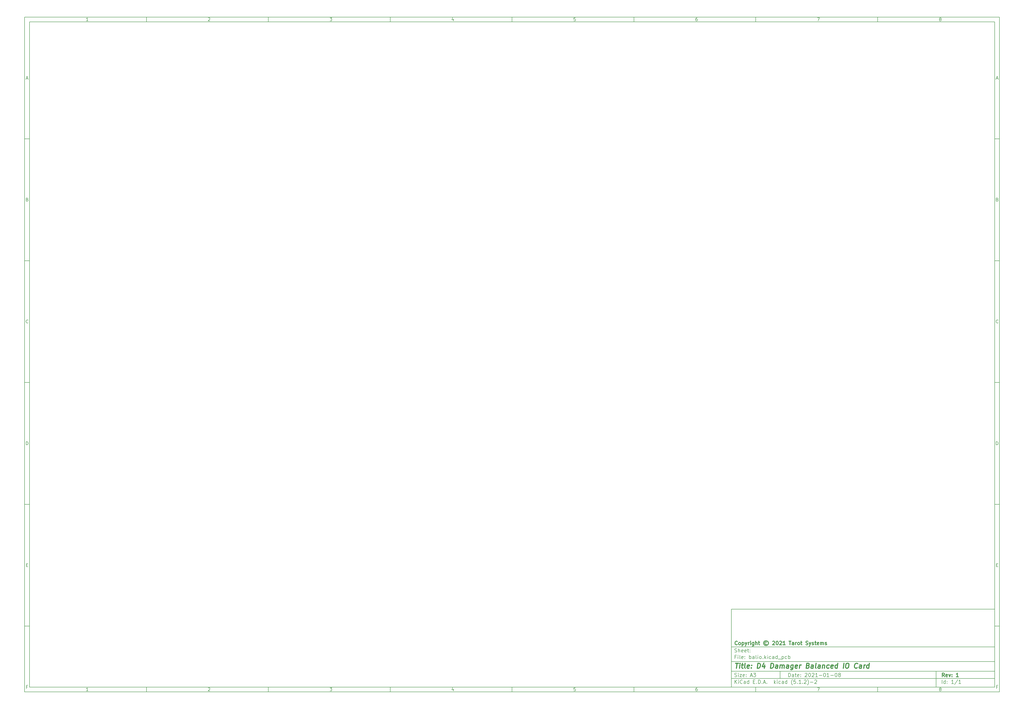
<source format=gbr>
G04 #@! TF.GenerationSoftware,KiCad,Pcbnew,(5.1.2)-2*
G04 #@! TF.CreationDate,2021-01-08T22:00:01+00:00*
G04 #@! TF.ProjectId,balio,62616c69-6f2e-46b6-9963-61645f706362,1*
G04 #@! TF.SameCoordinates,PX42c1d80PYa21fe80*
G04 #@! TF.FileFunction,Legend,Bot*
G04 #@! TF.FilePolarity,Positive*
%FSLAX46Y46*%
G04 Gerber Fmt 4.6, Leading zero omitted, Abs format (unit mm)*
G04 Created by KiCad (PCBNEW (5.1.2)-2) date 2021-01-08 22:00:01*
%MOMM*%
%LPD*%
G04 APERTURE LIST*
%ADD10C,0.100000*%
%ADD11C,0.150000*%
%ADD12C,0.300000*%
%ADD13C,0.400000*%
%ADD14C,1.702000*%
%ADD15O,1.702000X1.702000*%
%ADD16C,3.302000*%
%ADD17C,2.502000*%
%ADD18C,5.102000*%
%ADD19C,3.102000*%
%ADD20R,1.702000X1.702000*%
%ADD21R,1.702000X2.502000*%
%ADD22O,1.702000X2.502000*%
%ADD23R,1.852000X1.852000*%
%ADD24C,1.852000*%
G04 APERTURE END LIST*
D10*
D11*
X229989000Y-83002200D02*
X229989000Y-115002200D01*
X337989000Y-115002200D01*
X337989000Y-83002200D01*
X229989000Y-83002200D01*
D10*
D11*
X-60000000Y160000000D02*
X-60000000Y-117002200D01*
X339989000Y-117002200D01*
X339989000Y160000000D01*
X-60000000Y160000000D01*
D10*
D11*
X-58000000Y158000000D02*
X-58000000Y-115002200D01*
X337989000Y-115002200D01*
X337989000Y158000000D01*
X-58000000Y158000000D01*
D10*
D11*
X-10000000Y158000000D02*
X-10000000Y160000000D01*
D10*
D11*
X40000000Y158000000D02*
X40000000Y160000000D01*
D10*
D11*
X90000000Y158000000D02*
X90000000Y160000000D01*
D10*
D11*
X140000000Y158000000D02*
X140000000Y160000000D01*
D10*
D11*
X190000000Y158000000D02*
X190000000Y160000000D01*
D10*
D11*
X240000000Y158000000D02*
X240000000Y160000000D01*
D10*
D11*
X290000000Y158000000D02*
X290000000Y160000000D01*
D10*
D11*
X-33934524Y158411905D02*
X-34677381Y158411905D01*
X-34305953Y158411905D02*
X-34305953Y159711905D01*
X-34429762Y159526191D01*
X-34553572Y159402381D01*
X-34677381Y159340477D01*
D10*
D11*
X15322619Y159588096D02*
X15384523Y159650000D01*
X15508333Y159711905D01*
X15817857Y159711905D01*
X15941666Y159650000D01*
X16003571Y159588096D01*
X16065476Y159464286D01*
X16065476Y159340477D01*
X16003571Y159154762D01*
X15260714Y158411905D01*
X16065476Y158411905D01*
D10*
D11*
X65260714Y159711905D02*
X66065476Y159711905D01*
X65632142Y159216667D01*
X65817857Y159216667D01*
X65941666Y159154762D01*
X66003571Y159092858D01*
X66065476Y158969048D01*
X66065476Y158659524D01*
X66003571Y158535715D01*
X65941666Y158473810D01*
X65817857Y158411905D01*
X65446428Y158411905D01*
X65322619Y158473810D01*
X65260714Y158535715D01*
D10*
D11*
X115941666Y159278572D02*
X115941666Y158411905D01*
X115632142Y159773810D02*
X115322619Y158845239D01*
X116127380Y158845239D01*
D10*
D11*
X166003571Y159711905D02*
X165384523Y159711905D01*
X165322619Y159092858D01*
X165384523Y159154762D01*
X165508333Y159216667D01*
X165817857Y159216667D01*
X165941666Y159154762D01*
X166003571Y159092858D01*
X166065476Y158969048D01*
X166065476Y158659524D01*
X166003571Y158535715D01*
X165941666Y158473810D01*
X165817857Y158411905D01*
X165508333Y158411905D01*
X165384523Y158473810D01*
X165322619Y158535715D01*
D10*
D11*
X215941666Y159711905D02*
X215694047Y159711905D01*
X215570238Y159650000D01*
X215508333Y159588096D01*
X215384523Y159402381D01*
X215322619Y159154762D01*
X215322619Y158659524D01*
X215384523Y158535715D01*
X215446428Y158473810D01*
X215570238Y158411905D01*
X215817857Y158411905D01*
X215941666Y158473810D01*
X216003571Y158535715D01*
X216065476Y158659524D01*
X216065476Y158969048D01*
X216003571Y159092858D01*
X215941666Y159154762D01*
X215817857Y159216667D01*
X215570238Y159216667D01*
X215446428Y159154762D01*
X215384523Y159092858D01*
X215322619Y158969048D01*
D10*
D11*
X265260714Y159711905D02*
X266127380Y159711905D01*
X265570238Y158411905D01*
D10*
D11*
X315570238Y159154762D02*
X315446428Y159216667D01*
X315384523Y159278572D01*
X315322619Y159402381D01*
X315322619Y159464286D01*
X315384523Y159588096D01*
X315446428Y159650000D01*
X315570238Y159711905D01*
X315817857Y159711905D01*
X315941666Y159650000D01*
X316003571Y159588096D01*
X316065476Y159464286D01*
X316065476Y159402381D01*
X316003571Y159278572D01*
X315941666Y159216667D01*
X315817857Y159154762D01*
X315570238Y159154762D01*
X315446428Y159092858D01*
X315384523Y159030953D01*
X315322619Y158907143D01*
X315322619Y158659524D01*
X315384523Y158535715D01*
X315446428Y158473810D01*
X315570238Y158411905D01*
X315817857Y158411905D01*
X315941666Y158473810D01*
X316003571Y158535715D01*
X316065476Y158659524D01*
X316065476Y158907143D01*
X316003571Y159030953D01*
X315941666Y159092858D01*
X315817857Y159154762D01*
D10*
D11*
X-10000000Y-115002200D02*
X-10000000Y-117002200D01*
D10*
D11*
X40000000Y-115002200D02*
X40000000Y-117002200D01*
D10*
D11*
X90000000Y-115002200D02*
X90000000Y-117002200D01*
D10*
D11*
X140000000Y-115002200D02*
X140000000Y-117002200D01*
D10*
D11*
X190000000Y-115002200D02*
X190000000Y-117002200D01*
D10*
D11*
X240000000Y-115002200D02*
X240000000Y-117002200D01*
D10*
D11*
X290000000Y-115002200D02*
X290000000Y-117002200D01*
D10*
D11*
X-33934524Y-116590295D02*
X-34677381Y-116590295D01*
X-34305953Y-116590295D02*
X-34305953Y-115290295D01*
X-34429762Y-115476009D01*
X-34553572Y-115599819D01*
X-34677381Y-115661723D01*
D10*
D11*
X15322619Y-115414104D02*
X15384523Y-115352200D01*
X15508333Y-115290295D01*
X15817857Y-115290295D01*
X15941666Y-115352200D01*
X16003571Y-115414104D01*
X16065476Y-115537914D01*
X16065476Y-115661723D01*
X16003571Y-115847438D01*
X15260714Y-116590295D01*
X16065476Y-116590295D01*
D10*
D11*
X65260714Y-115290295D02*
X66065476Y-115290295D01*
X65632142Y-115785533D01*
X65817857Y-115785533D01*
X65941666Y-115847438D01*
X66003571Y-115909342D01*
X66065476Y-116033152D01*
X66065476Y-116342676D01*
X66003571Y-116466485D01*
X65941666Y-116528390D01*
X65817857Y-116590295D01*
X65446428Y-116590295D01*
X65322619Y-116528390D01*
X65260714Y-116466485D01*
D10*
D11*
X115941666Y-115723628D02*
X115941666Y-116590295D01*
X115632142Y-115228390D02*
X115322619Y-116156961D01*
X116127380Y-116156961D01*
D10*
D11*
X166003571Y-115290295D02*
X165384523Y-115290295D01*
X165322619Y-115909342D01*
X165384523Y-115847438D01*
X165508333Y-115785533D01*
X165817857Y-115785533D01*
X165941666Y-115847438D01*
X166003571Y-115909342D01*
X166065476Y-116033152D01*
X166065476Y-116342676D01*
X166003571Y-116466485D01*
X165941666Y-116528390D01*
X165817857Y-116590295D01*
X165508333Y-116590295D01*
X165384523Y-116528390D01*
X165322619Y-116466485D01*
D10*
D11*
X215941666Y-115290295D02*
X215694047Y-115290295D01*
X215570238Y-115352200D01*
X215508333Y-115414104D01*
X215384523Y-115599819D01*
X215322619Y-115847438D01*
X215322619Y-116342676D01*
X215384523Y-116466485D01*
X215446428Y-116528390D01*
X215570238Y-116590295D01*
X215817857Y-116590295D01*
X215941666Y-116528390D01*
X216003571Y-116466485D01*
X216065476Y-116342676D01*
X216065476Y-116033152D01*
X216003571Y-115909342D01*
X215941666Y-115847438D01*
X215817857Y-115785533D01*
X215570238Y-115785533D01*
X215446428Y-115847438D01*
X215384523Y-115909342D01*
X215322619Y-116033152D01*
D10*
D11*
X265260714Y-115290295D02*
X266127380Y-115290295D01*
X265570238Y-116590295D01*
D10*
D11*
X315570238Y-115847438D02*
X315446428Y-115785533D01*
X315384523Y-115723628D01*
X315322619Y-115599819D01*
X315322619Y-115537914D01*
X315384523Y-115414104D01*
X315446428Y-115352200D01*
X315570238Y-115290295D01*
X315817857Y-115290295D01*
X315941666Y-115352200D01*
X316003571Y-115414104D01*
X316065476Y-115537914D01*
X316065476Y-115599819D01*
X316003571Y-115723628D01*
X315941666Y-115785533D01*
X315817857Y-115847438D01*
X315570238Y-115847438D01*
X315446428Y-115909342D01*
X315384523Y-115971247D01*
X315322619Y-116095057D01*
X315322619Y-116342676D01*
X315384523Y-116466485D01*
X315446428Y-116528390D01*
X315570238Y-116590295D01*
X315817857Y-116590295D01*
X315941666Y-116528390D01*
X316003571Y-116466485D01*
X316065476Y-116342676D01*
X316065476Y-116095057D01*
X316003571Y-115971247D01*
X315941666Y-115909342D01*
X315817857Y-115847438D01*
D10*
D11*
X-60000000Y110000000D02*
X-58000000Y110000000D01*
D10*
D11*
X-60000000Y60000000D02*
X-58000000Y60000000D01*
D10*
D11*
X-60000000Y10000000D02*
X-58000000Y10000000D01*
D10*
D11*
X-60000000Y-40000000D02*
X-58000000Y-40000000D01*
D10*
D11*
X-60000000Y-90000000D02*
X-58000000Y-90000000D01*
D10*
D11*
X-59309524Y134783334D02*
X-58690477Y134783334D01*
X-59433334Y134411905D02*
X-59000000Y135711905D01*
X-58566667Y134411905D01*
D10*
D11*
X-58907143Y85092858D02*
X-58721429Y85030953D01*
X-58659524Y84969048D01*
X-58597620Y84845239D01*
X-58597620Y84659524D01*
X-58659524Y84535715D01*
X-58721429Y84473810D01*
X-58845239Y84411905D01*
X-59340477Y84411905D01*
X-59340477Y85711905D01*
X-58907143Y85711905D01*
X-58783334Y85650000D01*
X-58721429Y85588096D01*
X-58659524Y85464286D01*
X-58659524Y85340477D01*
X-58721429Y85216667D01*
X-58783334Y85154762D01*
X-58907143Y85092858D01*
X-59340477Y85092858D01*
D10*
D11*
X-58597620Y34535715D02*
X-58659524Y34473810D01*
X-58845239Y34411905D01*
X-58969048Y34411905D01*
X-59154762Y34473810D01*
X-59278572Y34597620D01*
X-59340477Y34721429D01*
X-59402381Y34969048D01*
X-59402381Y35154762D01*
X-59340477Y35402381D01*
X-59278572Y35526191D01*
X-59154762Y35650000D01*
X-58969048Y35711905D01*
X-58845239Y35711905D01*
X-58659524Y35650000D01*
X-58597620Y35588096D01*
D10*
D11*
X-59340477Y-15588095D02*
X-59340477Y-14288095D01*
X-59030953Y-14288095D01*
X-58845239Y-14350000D01*
X-58721429Y-14473809D01*
X-58659524Y-14597619D01*
X-58597620Y-14845238D01*
X-58597620Y-15030952D01*
X-58659524Y-15278571D01*
X-58721429Y-15402380D01*
X-58845239Y-15526190D01*
X-59030953Y-15588095D01*
X-59340477Y-15588095D01*
D10*
D11*
X-59278572Y-64907142D02*
X-58845239Y-64907142D01*
X-58659524Y-65588095D02*
X-59278572Y-65588095D01*
X-59278572Y-64288095D01*
X-58659524Y-64288095D01*
D10*
D11*
X-58814286Y-114907142D02*
X-59247620Y-114907142D01*
X-59247620Y-115588095D02*
X-59247620Y-114288095D01*
X-58628572Y-114288095D01*
D10*
D11*
X339989000Y110000000D02*
X337989000Y110000000D01*
D10*
D11*
X339989000Y60000000D02*
X337989000Y60000000D01*
D10*
D11*
X339989000Y10000000D02*
X337989000Y10000000D01*
D10*
D11*
X339989000Y-40000000D02*
X337989000Y-40000000D01*
D10*
D11*
X339989000Y-90000000D02*
X337989000Y-90000000D01*
D10*
D11*
X338679476Y134783334D02*
X339298523Y134783334D01*
X338555666Y134411905D02*
X338989000Y135711905D01*
X339422333Y134411905D01*
D10*
D11*
X339081857Y85092858D02*
X339267571Y85030953D01*
X339329476Y84969048D01*
X339391380Y84845239D01*
X339391380Y84659524D01*
X339329476Y84535715D01*
X339267571Y84473810D01*
X339143761Y84411905D01*
X338648523Y84411905D01*
X338648523Y85711905D01*
X339081857Y85711905D01*
X339205666Y85650000D01*
X339267571Y85588096D01*
X339329476Y85464286D01*
X339329476Y85340477D01*
X339267571Y85216667D01*
X339205666Y85154762D01*
X339081857Y85092858D01*
X338648523Y85092858D01*
D10*
D11*
X339391380Y34535715D02*
X339329476Y34473810D01*
X339143761Y34411905D01*
X339019952Y34411905D01*
X338834238Y34473810D01*
X338710428Y34597620D01*
X338648523Y34721429D01*
X338586619Y34969048D01*
X338586619Y35154762D01*
X338648523Y35402381D01*
X338710428Y35526191D01*
X338834238Y35650000D01*
X339019952Y35711905D01*
X339143761Y35711905D01*
X339329476Y35650000D01*
X339391380Y35588096D01*
D10*
D11*
X338648523Y-15588095D02*
X338648523Y-14288095D01*
X338958047Y-14288095D01*
X339143761Y-14350000D01*
X339267571Y-14473809D01*
X339329476Y-14597619D01*
X339391380Y-14845238D01*
X339391380Y-15030952D01*
X339329476Y-15278571D01*
X339267571Y-15402380D01*
X339143761Y-15526190D01*
X338958047Y-15588095D01*
X338648523Y-15588095D01*
D10*
D11*
X338710428Y-64907142D02*
X339143761Y-64907142D01*
X339329476Y-65588095D02*
X338710428Y-65588095D01*
X338710428Y-64288095D01*
X339329476Y-64288095D01*
D10*
D11*
X339174714Y-114907142D02*
X338741380Y-114907142D01*
X338741380Y-115588095D02*
X338741380Y-114288095D01*
X339360428Y-114288095D01*
D10*
D11*
X253421142Y-110780771D02*
X253421142Y-109280771D01*
X253778285Y-109280771D01*
X253992571Y-109352200D01*
X254135428Y-109495057D01*
X254206857Y-109637914D01*
X254278285Y-109923628D01*
X254278285Y-110137914D01*
X254206857Y-110423628D01*
X254135428Y-110566485D01*
X253992571Y-110709342D01*
X253778285Y-110780771D01*
X253421142Y-110780771D01*
X255564000Y-110780771D02*
X255564000Y-109995057D01*
X255492571Y-109852200D01*
X255349714Y-109780771D01*
X255064000Y-109780771D01*
X254921142Y-109852200D01*
X255564000Y-110709342D02*
X255421142Y-110780771D01*
X255064000Y-110780771D01*
X254921142Y-110709342D01*
X254849714Y-110566485D01*
X254849714Y-110423628D01*
X254921142Y-110280771D01*
X255064000Y-110209342D01*
X255421142Y-110209342D01*
X255564000Y-110137914D01*
X256064000Y-109780771D02*
X256635428Y-109780771D01*
X256278285Y-109280771D02*
X256278285Y-110566485D01*
X256349714Y-110709342D01*
X256492571Y-110780771D01*
X256635428Y-110780771D01*
X257706857Y-110709342D02*
X257564000Y-110780771D01*
X257278285Y-110780771D01*
X257135428Y-110709342D01*
X257064000Y-110566485D01*
X257064000Y-109995057D01*
X257135428Y-109852200D01*
X257278285Y-109780771D01*
X257564000Y-109780771D01*
X257706857Y-109852200D01*
X257778285Y-109995057D01*
X257778285Y-110137914D01*
X257064000Y-110280771D01*
X258421142Y-110637914D02*
X258492571Y-110709342D01*
X258421142Y-110780771D01*
X258349714Y-110709342D01*
X258421142Y-110637914D01*
X258421142Y-110780771D01*
X258421142Y-109852200D02*
X258492571Y-109923628D01*
X258421142Y-109995057D01*
X258349714Y-109923628D01*
X258421142Y-109852200D01*
X258421142Y-109995057D01*
X260206857Y-109423628D02*
X260278285Y-109352200D01*
X260421142Y-109280771D01*
X260778285Y-109280771D01*
X260921142Y-109352200D01*
X260992571Y-109423628D01*
X261064000Y-109566485D01*
X261064000Y-109709342D01*
X260992571Y-109923628D01*
X260135428Y-110780771D01*
X261064000Y-110780771D01*
X261992571Y-109280771D02*
X262135428Y-109280771D01*
X262278285Y-109352200D01*
X262349714Y-109423628D01*
X262421142Y-109566485D01*
X262492571Y-109852200D01*
X262492571Y-110209342D01*
X262421142Y-110495057D01*
X262349714Y-110637914D01*
X262278285Y-110709342D01*
X262135428Y-110780771D01*
X261992571Y-110780771D01*
X261849714Y-110709342D01*
X261778285Y-110637914D01*
X261706857Y-110495057D01*
X261635428Y-110209342D01*
X261635428Y-109852200D01*
X261706857Y-109566485D01*
X261778285Y-109423628D01*
X261849714Y-109352200D01*
X261992571Y-109280771D01*
X263064000Y-109423628D02*
X263135428Y-109352200D01*
X263278285Y-109280771D01*
X263635428Y-109280771D01*
X263778285Y-109352200D01*
X263849714Y-109423628D01*
X263921142Y-109566485D01*
X263921142Y-109709342D01*
X263849714Y-109923628D01*
X262992571Y-110780771D01*
X263921142Y-110780771D01*
X265349714Y-110780771D02*
X264492571Y-110780771D01*
X264921142Y-110780771D02*
X264921142Y-109280771D01*
X264778285Y-109495057D01*
X264635428Y-109637914D01*
X264492571Y-109709342D01*
X265992571Y-110209342D02*
X267135428Y-110209342D01*
X268135428Y-109280771D02*
X268278285Y-109280771D01*
X268421142Y-109352200D01*
X268492571Y-109423628D01*
X268564000Y-109566485D01*
X268635428Y-109852200D01*
X268635428Y-110209342D01*
X268564000Y-110495057D01*
X268492571Y-110637914D01*
X268421142Y-110709342D01*
X268278285Y-110780771D01*
X268135428Y-110780771D01*
X267992571Y-110709342D01*
X267921142Y-110637914D01*
X267849714Y-110495057D01*
X267778285Y-110209342D01*
X267778285Y-109852200D01*
X267849714Y-109566485D01*
X267921142Y-109423628D01*
X267992571Y-109352200D01*
X268135428Y-109280771D01*
X270064000Y-110780771D02*
X269206857Y-110780771D01*
X269635428Y-110780771D02*
X269635428Y-109280771D01*
X269492571Y-109495057D01*
X269349714Y-109637914D01*
X269206857Y-109709342D01*
X270706857Y-110209342D02*
X271849714Y-110209342D01*
X272849714Y-109280771D02*
X272992571Y-109280771D01*
X273135428Y-109352200D01*
X273206857Y-109423628D01*
X273278285Y-109566485D01*
X273349714Y-109852200D01*
X273349714Y-110209342D01*
X273278285Y-110495057D01*
X273206857Y-110637914D01*
X273135428Y-110709342D01*
X272992571Y-110780771D01*
X272849714Y-110780771D01*
X272706857Y-110709342D01*
X272635428Y-110637914D01*
X272564000Y-110495057D01*
X272492571Y-110209342D01*
X272492571Y-109852200D01*
X272564000Y-109566485D01*
X272635428Y-109423628D01*
X272706857Y-109352200D01*
X272849714Y-109280771D01*
X274206857Y-109923628D02*
X274064000Y-109852200D01*
X273992571Y-109780771D01*
X273921142Y-109637914D01*
X273921142Y-109566485D01*
X273992571Y-109423628D01*
X274064000Y-109352200D01*
X274206857Y-109280771D01*
X274492571Y-109280771D01*
X274635428Y-109352200D01*
X274706857Y-109423628D01*
X274778285Y-109566485D01*
X274778285Y-109637914D01*
X274706857Y-109780771D01*
X274635428Y-109852200D01*
X274492571Y-109923628D01*
X274206857Y-109923628D01*
X274064000Y-109995057D01*
X273992571Y-110066485D01*
X273921142Y-110209342D01*
X273921142Y-110495057D01*
X273992571Y-110637914D01*
X274064000Y-110709342D01*
X274206857Y-110780771D01*
X274492571Y-110780771D01*
X274635428Y-110709342D01*
X274706857Y-110637914D01*
X274778285Y-110495057D01*
X274778285Y-110209342D01*
X274706857Y-110066485D01*
X274635428Y-109995057D01*
X274492571Y-109923628D01*
D10*
D11*
X229989000Y-111502200D02*
X337989000Y-111502200D01*
D10*
D11*
X231421142Y-113580771D02*
X231421142Y-112080771D01*
X232278285Y-113580771D02*
X231635428Y-112723628D01*
X232278285Y-112080771D02*
X231421142Y-112937914D01*
X232921142Y-113580771D02*
X232921142Y-112580771D01*
X232921142Y-112080771D02*
X232849714Y-112152200D01*
X232921142Y-112223628D01*
X232992571Y-112152200D01*
X232921142Y-112080771D01*
X232921142Y-112223628D01*
X234492571Y-113437914D02*
X234421142Y-113509342D01*
X234206857Y-113580771D01*
X234064000Y-113580771D01*
X233849714Y-113509342D01*
X233706857Y-113366485D01*
X233635428Y-113223628D01*
X233564000Y-112937914D01*
X233564000Y-112723628D01*
X233635428Y-112437914D01*
X233706857Y-112295057D01*
X233849714Y-112152200D01*
X234064000Y-112080771D01*
X234206857Y-112080771D01*
X234421142Y-112152200D01*
X234492571Y-112223628D01*
X235778285Y-113580771D02*
X235778285Y-112795057D01*
X235706857Y-112652200D01*
X235564000Y-112580771D01*
X235278285Y-112580771D01*
X235135428Y-112652200D01*
X235778285Y-113509342D02*
X235635428Y-113580771D01*
X235278285Y-113580771D01*
X235135428Y-113509342D01*
X235064000Y-113366485D01*
X235064000Y-113223628D01*
X235135428Y-113080771D01*
X235278285Y-113009342D01*
X235635428Y-113009342D01*
X235778285Y-112937914D01*
X237135428Y-113580771D02*
X237135428Y-112080771D01*
X237135428Y-113509342D02*
X236992571Y-113580771D01*
X236706857Y-113580771D01*
X236564000Y-113509342D01*
X236492571Y-113437914D01*
X236421142Y-113295057D01*
X236421142Y-112866485D01*
X236492571Y-112723628D01*
X236564000Y-112652200D01*
X236706857Y-112580771D01*
X236992571Y-112580771D01*
X237135428Y-112652200D01*
X238992571Y-112795057D02*
X239492571Y-112795057D01*
X239706857Y-113580771D02*
X238992571Y-113580771D01*
X238992571Y-112080771D01*
X239706857Y-112080771D01*
X240349714Y-113437914D02*
X240421142Y-113509342D01*
X240349714Y-113580771D01*
X240278285Y-113509342D01*
X240349714Y-113437914D01*
X240349714Y-113580771D01*
X241064000Y-113580771D02*
X241064000Y-112080771D01*
X241421142Y-112080771D01*
X241635428Y-112152200D01*
X241778285Y-112295057D01*
X241849714Y-112437914D01*
X241921142Y-112723628D01*
X241921142Y-112937914D01*
X241849714Y-113223628D01*
X241778285Y-113366485D01*
X241635428Y-113509342D01*
X241421142Y-113580771D01*
X241064000Y-113580771D01*
X242564000Y-113437914D02*
X242635428Y-113509342D01*
X242564000Y-113580771D01*
X242492571Y-113509342D01*
X242564000Y-113437914D01*
X242564000Y-113580771D01*
X243206857Y-113152200D02*
X243921142Y-113152200D01*
X243064000Y-113580771D02*
X243564000Y-112080771D01*
X244064000Y-113580771D01*
X244564000Y-113437914D02*
X244635428Y-113509342D01*
X244564000Y-113580771D01*
X244492571Y-113509342D01*
X244564000Y-113437914D01*
X244564000Y-113580771D01*
X247564000Y-113580771D02*
X247564000Y-112080771D01*
X247706857Y-113009342D02*
X248135428Y-113580771D01*
X248135428Y-112580771D02*
X247564000Y-113152200D01*
X248778285Y-113580771D02*
X248778285Y-112580771D01*
X248778285Y-112080771D02*
X248706857Y-112152200D01*
X248778285Y-112223628D01*
X248849714Y-112152200D01*
X248778285Y-112080771D01*
X248778285Y-112223628D01*
X250135428Y-113509342D02*
X249992571Y-113580771D01*
X249706857Y-113580771D01*
X249564000Y-113509342D01*
X249492571Y-113437914D01*
X249421142Y-113295057D01*
X249421142Y-112866485D01*
X249492571Y-112723628D01*
X249564000Y-112652200D01*
X249706857Y-112580771D01*
X249992571Y-112580771D01*
X250135428Y-112652200D01*
X251421142Y-113580771D02*
X251421142Y-112795057D01*
X251349714Y-112652200D01*
X251206857Y-112580771D01*
X250921142Y-112580771D01*
X250778285Y-112652200D01*
X251421142Y-113509342D02*
X251278285Y-113580771D01*
X250921142Y-113580771D01*
X250778285Y-113509342D01*
X250706857Y-113366485D01*
X250706857Y-113223628D01*
X250778285Y-113080771D01*
X250921142Y-113009342D01*
X251278285Y-113009342D01*
X251421142Y-112937914D01*
X252778285Y-113580771D02*
X252778285Y-112080771D01*
X252778285Y-113509342D02*
X252635428Y-113580771D01*
X252349714Y-113580771D01*
X252206857Y-113509342D01*
X252135428Y-113437914D01*
X252064000Y-113295057D01*
X252064000Y-112866485D01*
X252135428Y-112723628D01*
X252206857Y-112652200D01*
X252349714Y-112580771D01*
X252635428Y-112580771D01*
X252778285Y-112652200D01*
X255064000Y-114152200D02*
X254992571Y-114080771D01*
X254849714Y-113866485D01*
X254778285Y-113723628D01*
X254706857Y-113509342D01*
X254635428Y-113152200D01*
X254635428Y-112866485D01*
X254706857Y-112509342D01*
X254778285Y-112295057D01*
X254849714Y-112152200D01*
X254992571Y-111937914D01*
X255064000Y-111866485D01*
X256349714Y-112080771D02*
X255635428Y-112080771D01*
X255564000Y-112795057D01*
X255635428Y-112723628D01*
X255778285Y-112652200D01*
X256135428Y-112652200D01*
X256278285Y-112723628D01*
X256349714Y-112795057D01*
X256421142Y-112937914D01*
X256421142Y-113295057D01*
X256349714Y-113437914D01*
X256278285Y-113509342D01*
X256135428Y-113580771D01*
X255778285Y-113580771D01*
X255635428Y-113509342D01*
X255564000Y-113437914D01*
X257064000Y-113437914D02*
X257135428Y-113509342D01*
X257064000Y-113580771D01*
X256992571Y-113509342D01*
X257064000Y-113437914D01*
X257064000Y-113580771D01*
X258564000Y-113580771D02*
X257706857Y-113580771D01*
X258135428Y-113580771D02*
X258135428Y-112080771D01*
X257992571Y-112295057D01*
X257849714Y-112437914D01*
X257706857Y-112509342D01*
X259206857Y-113437914D02*
X259278285Y-113509342D01*
X259206857Y-113580771D01*
X259135428Y-113509342D01*
X259206857Y-113437914D01*
X259206857Y-113580771D01*
X259849714Y-112223628D02*
X259921142Y-112152200D01*
X260064000Y-112080771D01*
X260421142Y-112080771D01*
X260564000Y-112152200D01*
X260635428Y-112223628D01*
X260706857Y-112366485D01*
X260706857Y-112509342D01*
X260635428Y-112723628D01*
X259778285Y-113580771D01*
X260706857Y-113580771D01*
X261206857Y-114152200D02*
X261278285Y-114080771D01*
X261421142Y-113866485D01*
X261492571Y-113723628D01*
X261564000Y-113509342D01*
X261635428Y-113152200D01*
X261635428Y-112866485D01*
X261564000Y-112509342D01*
X261492571Y-112295057D01*
X261421142Y-112152200D01*
X261278285Y-111937914D01*
X261206857Y-111866485D01*
X262349714Y-113009342D02*
X263492571Y-113009342D01*
X264135428Y-112223628D02*
X264206857Y-112152200D01*
X264349714Y-112080771D01*
X264706857Y-112080771D01*
X264849714Y-112152200D01*
X264921142Y-112223628D01*
X264992571Y-112366485D01*
X264992571Y-112509342D01*
X264921142Y-112723628D01*
X264064000Y-113580771D01*
X264992571Y-113580771D01*
D10*
D11*
X229989000Y-108502200D02*
X337989000Y-108502200D01*
D10*
D12*
X317398285Y-110780771D02*
X316898285Y-110066485D01*
X316541142Y-110780771D02*
X316541142Y-109280771D01*
X317112571Y-109280771D01*
X317255428Y-109352200D01*
X317326857Y-109423628D01*
X317398285Y-109566485D01*
X317398285Y-109780771D01*
X317326857Y-109923628D01*
X317255428Y-109995057D01*
X317112571Y-110066485D01*
X316541142Y-110066485D01*
X318612571Y-110709342D02*
X318469714Y-110780771D01*
X318184000Y-110780771D01*
X318041142Y-110709342D01*
X317969714Y-110566485D01*
X317969714Y-109995057D01*
X318041142Y-109852200D01*
X318184000Y-109780771D01*
X318469714Y-109780771D01*
X318612571Y-109852200D01*
X318684000Y-109995057D01*
X318684000Y-110137914D01*
X317969714Y-110280771D01*
X319184000Y-109780771D02*
X319541142Y-110780771D01*
X319898285Y-109780771D01*
X320469714Y-110637914D02*
X320541142Y-110709342D01*
X320469714Y-110780771D01*
X320398285Y-110709342D01*
X320469714Y-110637914D01*
X320469714Y-110780771D01*
X320469714Y-109852200D02*
X320541142Y-109923628D01*
X320469714Y-109995057D01*
X320398285Y-109923628D01*
X320469714Y-109852200D01*
X320469714Y-109995057D01*
X323112571Y-110780771D02*
X322255428Y-110780771D01*
X322684000Y-110780771D02*
X322684000Y-109280771D01*
X322541142Y-109495057D01*
X322398285Y-109637914D01*
X322255428Y-109709342D01*
D10*
D11*
X231349714Y-110709342D02*
X231564000Y-110780771D01*
X231921142Y-110780771D01*
X232064000Y-110709342D01*
X232135428Y-110637914D01*
X232206857Y-110495057D01*
X232206857Y-110352200D01*
X232135428Y-110209342D01*
X232064000Y-110137914D01*
X231921142Y-110066485D01*
X231635428Y-109995057D01*
X231492571Y-109923628D01*
X231421142Y-109852200D01*
X231349714Y-109709342D01*
X231349714Y-109566485D01*
X231421142Y-109423628D01*
X231492571Y-109352200D01*
X231635428Y-109280771D01*
X231992571Y-109280771D01*
X232206857Y-109352200D01*
X232849714Y-110780771D02*
X232849714Y-109780771D01*
X232849714Y-109280771D02*
X232778285Y-109352200D01*
X232849714Y-109423628D01*
X232921142Y-109352200D01*
X232849714Y-109280771D01*
X232849714Y-109423628D01*
X233421142Y-109780771D02*
X234206857Y-109780771D01*
X233421142Y-110780771D01*
X234206857Y-110780771D01*
X235349714Y-110709342D02*
X235206857Y-110780771D01*
X234921142Y-110780771D01*
X234778285Y-110709342D01*
X234706857Y-110566485D01*
X234706857Y-109995057D01*
X234778285Y-109852200D01*
X234921142Y-109780771D01*
X235206857Y-109780771D01*
X235349714Y-109852200D01*
X235421142Y-109995057D01*
X235421142Y-110137914D01*
X234706857Y-110280771D01*
X236064000Y-110637914D02*
X236135428Y-110709342D01*
X236064000Y-110780771D01*
X235992571Y-110709342D01*
X236064000Y-110637914D01*
X236064000Y-110780771D01*
X236064000Y-109852200D02*
X236135428Y-109923628D01*
X236064000Y-109995057D01*
X235992571Y-109923628D01*
X236064000Y-109852200D01*
X236064000Y-109995057D01*
X237849714Y-110352200D02*
X238564000Y-110352200D01*
X237706857Y-110780771D02*
X238206857Y-109280771D01*
X238706857Y-110780771D01*
X239064000Y-109280771D02*
X239992571Y-109280771D01*
X239492571Y-109852200D01*
X239706857Y-109852200D01*
X239849714Y-109923628D01*
X239921142Y-109995057D01*
X239992571Y-110137914D01*
X239992571Y-110495057D01*
X239921142Y-110637914D01*
X239849714Y-110709342D01*
X239706857Y-110780771D01*
X239278285Y-110780771D01*
X239135428Y-110709342D01*
X239064000Y-110637914D01*
D10*
D11*
X316421142Y-113580771D02*
X316421142Y-112080771D01*
X317778285Y-113580771D02*
X317778285Y-112080771D01*
X317778285Y-113509342D02*
X317635428Y-113580771D01*
X317349714Y-113580771D01*
X317206857Y-113509342D01*
X317135428Y-113437914D01*
X317064000Y-113295057D01*
X317064000Y-112866485D01*
X317135428Y-112723628D01*
X317206857Y-112652200D01*
X317349714Y-112580771D01*
X317635428Y-112580771D01*
X317778285Y-112652200D01*
X318492571Y-113437914D02*
X318564000Y-113509342D01*
X318492571Y-113580771D01*
X318421142Y-113509342D01*
X318492571Y-113437914D01*
X318492571Y-113580771D01*
X318492571Y-112652200D02*
X318564000Y-112723628D01*
X318492571Y-112795057D01*
X318421142Y-112723628D01*
X318492571Y-112652200D01*
X318492571Y-112795057D01*
X321135428Y-113580771D02*
X320278285Y-113580771D01*
X320706857Y-113580771D02*
X320706857Y-112080771D01*
X320564000Y-112295057D01*
X320421142Y-112437914D01*
X320278285Y-112509342D01*
X322849714Y-112009342D02*
X321564000Y-113937914D01*
X324135428Y-113580771D02*
X323278285Y-113580771D01*
X323706857Y-113580771D02*
X323706857Y-112080771D01*
X323564000Y-112295057D01*
X323421142Y-112437914D01*
X323278285Y-112509342D01*
D10*
D11*
X229989000Y-104502200D02*
X337989000Y-104502200D01*
D10*
D13*
X231701380Y-105206961D02*
X232844238Y-105206961D01*
X232022809Y-107206961D02*
X232272809Y-105206961D01*
X233260904Y-107206961D02*
X233427571Y-105873628D01*
X233510904Y-105206961D02*
X233403761Y-105302200D01*
X233487095Y-105397438D01*
X233594238Y-105302200D01*
X233510904Y-105206961D01*
X233487095Y-105397438D01*
X234094238Y-105873628D02*
X234856142Y-105873628D01*
X234463285Y-105206961D02*
X234249000Y-106921247D01*
X234320428Y-107111723D01*
X234499000Y-107206961D01*
X234689476Y-107206961D01*
X235641857Y-107206961D02*
X235463285Y-107111723D01*
X235391857Y-106921247D01*
X235606142Y-105206961D01*
X237177571Y-107111723D02*
X236975190Y-107206961D01*
X236594238Y-107206961D01*
X236415666Y-107111723D01*
X236344238Y-106921247D01*
X236439476Y-106159342D01*
X236558523Y-105968866D01*
X236760904Y-105873628D01*
X237141857Y-105873628D01*
X237320428Y-105968866D01*
X237391857Y-106159342D01*
X237368047Y-106349819D01*
X236391857Y-106540295D01*
X238141857Y-107016485D02*
X238225190Y-107111723D01*
X238118047Y-107206961D01*
X238034714Y-107111723D01*
X238141857Y-107016485D01*
X238118047Y-107206961D01*
X238272809Y-105968866D02*
X238356142Y-106064104D01*
X238249000Y-106159342D01*
X238165666Y-106064104D01*
X238272809Y-105968866D01*
X238249000Y-106159342D01*
X240594238Y-107206961D02*
X240844238Y-105206961D01*
X241320428Y-105206961D01*
X241594238Y-105302200D01*
X241760904Y-105492676D01*
X241832333Y-105683152D01*
X241879952Y-106064104D01*
X241844238Y-106349819D01*
X241701380Y-106730771D01*
X241582333Y-106921247D01*
X241368047Y-107111723D01*
X241070428Y-107206961D01*
X240594238Y-107206961D01*
X243618047Y-105873628D02*
X243451380Y-107206961D01*
X243237095Y-105111723D02*
X242582333Y-106540295D01*
X243820428Y-106540295D01*
X246022809Y-107206961D02*
X246272809Y-105206961D01*
X246749000Y-105206961D01*
X247022809Y-105302200D01*
X247189476Y-105492676D01*
X247260904Y-105683152D01*
X247308523Y-106064104D01*
X247272809Y-106349819D01*
X247129952Y-106730771D01*
X247010904Y-106921247D01*
X246796619Y-107111723D01*
X246499000Y-107206961D01*
X246022809Y-107206961D01*
X248879952Y-107206961D02*
X249010904Y-106159342D01*
X248939476Y-105968866D01*
X248760904Y-105873628D01*
X248379952Y-105873628D01*
X248177571Y-105968866D01*
X248891857Y-107111723D02*
X248689476Y-107206961D01*
X248213285Y-107206961D01*
X248034714Y-107111723D01*
X247963285Y-106921247D01*
X247987095Y-106730771D01*
X248106142Y-106540295D01*
X248308523Y-106445057D01*
X248784714Y-106445057D01*
X248987095Y-106349819D01*
X249832333Y-107206961D02*
X249999000Y-105873628D01*
X249975190Y-106064104D02*
X250082333Y-105968866D01*
X250284714Y-105873628D01*
X250570428Y-105873628D01*
X250749000Y-105968866D01*
X250820428Y-106159342D01*
X250689476Y-107206961D01*
X250820428Y-106159342D02*
X250939476Y-105968866D01*
X251141857Y-105873628D01*
X251427571Y-105873628D01*
X251606142Y-105968866D01*
X251677571Y-106159342D01*
X251546619Y-107206961D01*
X253356142Y-107206961D02*
X253487095Y-106159342D01*
X253415666Y-105968866D01*
X253237095Y-105873628D01*
X252856142Y-105873628D01*
X252653761Y-105968866D01*
X253368047Y-107111723D02*
X253165666Y-107206961D01*
X252689476Y-107206961D01*
X252510904Y-107111723D01*
X252439476Y-106921247D01*
X252463285Y-106730771D01*
X252582333Y-106540295D01*
X252784714Y-106445057D01*
X253260904Y-106445057D01*
X253463285Y-106349819D01*
X255332333Y-105873628D02*
X255129952Y-107492676D01*
X255010904Y-107683152D01*
X254903761Y-107778390D01*
X254701380Y-107873628D01*
X254415666Y-107873628D01*
X254237095Y-107778390D01*
X255177571Y-107111723D02*
X254975190Y-107206961D01*
X254594238Y-107206961D01*
X254415666Y-107111723D01*
X254332333Y-107016485D01*
X254260904Y-106826009D01*
X254332333Y-106254580D01*
X254451380Y-106064104D01*
X254558523Y-105968866D01*
X254760904Y-105873628D01*
X255141857Y-105873628D01*
X255320428Y-105968866D01*
X256891857Y-107111723D02*
X256689476Y-107206961D01*
X256308523Y-107206961D01*
X256129952Y-107111723D01*
X256058523Y-106921247D01*
X256153761Y-106159342D01*
X256272809Y-105968866D01*
X256475190Y-105873628D01*
X256856142Y-105873628D01*
X257034714Y-105968866D01*
X257106142Y-106159342D01*
X257082333Y-106349819D01*
X256106142Y-106540295D01*
X257832333Y-107206961D02*
X257999000Y-105873628D01*
X257951380Y-106254580D02*
X258070428Y-106064104D01*
X258177571Y-105968866D01*
X258379952Y-105873628D01*
X258570428Y-105873628D01*
X261391857Y-106159342D02*
X261665666Y-106254580D01*
X261749000Y-106349819D01*
X261820428Y-106540295D01*
X261784714Y-106826009D01*
X261665666Y-107016485D01*
X261558523Y-107111723D01*
X261356142Y-107206961D01*
X260594238Y-107206961D01*
X260844238Y-105206961D01*
X261510904Y-105206961D01*
X261689476Y-105302200D01*
X261772809Y-105397438D01*
X261844238Y-105587914D01*
X261820428Y-105778390D01*
X261701380Y-105968866D01*
X261594238Y-106064104D01*
X261391857Y-106159342D01*
X260725190Y-106159342D01*
X263451380Y-107206961D02*
X263582333Y-106159342D01*
X263510904Y-105968866D01*
X263332333Y-105873628D01*
X262951380Y-105873628D01*
X262749000Y-105968866D01*
X263463285Y-107111723D02*
X263260904Y-107206961D01*
X262784714Y-107206961D01*
X262606142Y-107111723D01*
X262534714Y-106921247D01*
X262558523Y-106730771D01*
X262677571Y-106540295D01*
X262879952Y-106445057D01*
X263356142Y-106445057D01*
X263558523Y-106349819D01*
X264689476Y-107206961D02*
X264510904Y-107111723D01*
X264439476Y-106921247D01*
X264653761Y-105206961D01*
X266308523Y-107206961D02*
X266439476Y-106159342D01*
X266368047Y-105968866D01*
X266189476Y-105873628D01*
X265808523Y-105873628D01*
X265606142Y-105968866D01*
X266320428Y-107111723D02*
X266118047Y-107206961D01*
X265641857Y-107206961D01*
X265463285Y-107111723D01*
X265391857Y-106921247D01*
X265415666Y-106730771D01*
X265534714Y-106540295D01*
X265737095Y-106445057D01*
X266213285Y-106445057D01*
X266415666Y-106349819D01*
X267427571Y-105873628D02*
X267260904Y-107206961D01*
X267403761Y-106064104D02*
X267510904Y-105968866D01*
X267713285Y-105873628D01*
X267999000Y-105873628D01*
X268177571Y-105968866D01*
X268249000Y-106159342D01*
X268118047Y-107206961D01*
X269939476Y-107111723D02*
X269737095Y-107206961D01*
X269356142Y-107206961D01*
X269177571Y-107111723D01*
X269094238Y-107016485D01*
X269022809Y-106826009D01*
X269094238Y-106254580D01*
X269213285Y-106064104D01*
X269320428Y-105968866D01*
X269522809Y-105873628D01*
X269903761Y-105873628D01*
X270082333Y-105968866D01*
X271558523Y-107111723D02*
X271356142Y-107206961D01*
X270975190Y-107206961D01*
X270796619Y-107111723D01*
X270725190Y-106921247D01*
X270820428Y-106159342D01*
X270939476Y-105968866D01*
X271141857Y-105873628D01*
X271522809Y-105873628D01*
X271701380Y-105968866D01*
X271772809Y-106159342D01*
X271749000Y-106349819D01*
X270772809Y-106540295D01*
X273356142Y-107206961D02*
X273606142Y-105206961D01*
X273368047Y-107111723D02*
X273165666Y-107206961D01*
X272784714Y-107206961D01*
X272606142Y-107111723D01*
X272522809Y-107016485D01*
X272451380Y-106826009D01*
X272522809Y-106254580D01*
X272641857Y-106064104D01*
X272749000Y-105968866D01*
X272951380Y-105873628D01*
X273332333Y-105873628D01*
X273510904Y-105968866D01*
X275832333Y-107206961D02*
X276082333Y-105206961D01*
X277415666Y-105206961D02*
X277796619Y-105206961D01*
X277975190Y-105302200D01*
X278141857Y-105492676D01*
X278189476Y-105873628D01*
X278106142Y-106540295D01*
X277963285Y-106921247D01*
X277749000Y-107111723D01*
X277546619Y-107206961D01*
X277165666Y-107206961D01*
X276987095Y-107111723D01*
X276820428Y-106921247D01*
X276772809Y-106540295D01*
X276856142Y-105873628D01*
X276999000Y-105492676D01*
X277213285Y-105302200D01*
X277415666Y-105206961D01*
X281570428Y-107016485D02*
X281463285Y-107111723D01*
X281165666Y-107206961D01*
X280975190Y-107206961D01*
X280701380Y-107111723D01*
X280534714Y-106921247D01*
X280463285Y-106730771D01*
X280415666Y-106349819D01*
X280451380Y-106064104D01*
X280594238Y-105683152D01*
X280713285Y-105492676D01*
X280927571Y-105302200D01*
X281225190Y-105206961D01*
X281415666Y-105206961D01*
X281689476Y-105302200D01*
X281772809Y-105397438D01*
X283260904Y-107206961D02*
X283391857Y-106159342D01*
X283320428Y-105968866D01*
X283141857Y-105873628D01*
X282760904Y-105873628D01*
X282558523Y-105968866D01*
X283272809Y-107111723D02*
X283070428Y-107206961D01*
X282594238Y-107206961D01*
X282415666Y-107111723D01*
X282344238Y-106921247D01*
X282368047Y-106730771D01*
X282487095Y-106540295D01*
X282689476Y-106445057D01*
X283165666Y-106445057D01*
X283368047Y-106349819D01*
X284213285Y-107206961D02*
X284379952Y-105873628D01*
X284332333Y-106254580D02*
X284451380Y-106064104D01*
X284558523Y-105968866D01*
X284760904Y-105873628D01*
X284951380Y-105873628D01*
X286308523Y-107206961D02*
X286558523Y-105206961D01*
X286320428Y-107111723D02*
X286118047Y-107206961D01*
X285737095Y-107206961D01*
X285558523Y-107111723D01*
X285475190Y-107016485D01*
X285403761Y-106826009D01*
X285475190Y-106254580D01*
X285594238Y-106064104D01*
X285701380Y-105968866D01*
X285903761Y-105873628D01*
X286284714Y-105873628D01*
X286463285Y-105968866D01*
D10*
D11*
X231921142Y-102595057D02*
X231421142Y-102595057D01*
X231421142Y-103380771D02*
X231421142Y-101880771D01*
X232135428Y-101880771D01*
X232706857Y-103380771D02*
X232706857Y-102380771D01*
X232706857Y-101880771D02*
X232635428Y-101952200D01*
X232706857Y-102023628D01*
X232778285Y-101952200D01*
X232706857Y-101880771D01*
X232706857Y-102023628D01*
X233635428Y-103380771D02*
X233492571Y-103309342D01*
X233421142Y-103166485D01*
X233421142Y-101880771D01*
X234778285Y-103309342D02*
X234635428Y-103380771D01*
X234349714Y-103380771D01*
X234206857Y-103309342D01*
X234135428Y-103166485D01*
X234135428Y-102595057D01*
X234206857Y-102452200D01*
X234349714Y-102380771D01*
X234635428Y-102380771D01*
X234778285Y-102452200D01*
X234849714Y-102595057D01*
X234849714Y-102737914D01*
X234135428Y-102880771D01*
X235492571Y-103237914D02*
X235564000Y-103309342D01*
X235492571Y-103380771D01*
X235421142Y-103309342D01*
X235492571Y-103237914D01*
X235492571Y-103380771D01*
X235492571Y-102452200D02*
X235564000Y-102523628D01*
X235492571Y-102595057D01*
X235421142Y-102523628D01*
X235492571Y-102452200D01*
X235492571Y-102595057D01*
X237349714Y-103380771D02*
X237349714Y-101880771D01*
X237349714Y-102452200D02*
X237492571Y-102380771D01*
X237778285Y-102380771D01*
X237921142Y-102452200D01*
X237992571Y-102523628D01*
X238064000Y-102666485D01*
X238064000Y-103095057D01*
X237992571Y-103237914D01*
X237921142Y-103309342D01*
X237778285Y-103380771D01*
X237492571Y-103380771D01*
X237349714Y-103309342D01*
X239349714Y-103380771D02*
X239349714Y-102595057D01*
X239278285Y-102452200D01*
X239135428Y-102380771D01*
X238849714Y-102380771D01*
X238706857Y-102452200D01*
X239349714Y-103309342D02*
X239206857Y-103380771D01*
X238849714Y-103380771D01*
X238706857Y-103309342D01*
X238635428Y-103166485D01*
X238635428Y-103023628D01*
X238706857Y-102880771D01*
X238849714Y-102809342D01*
X239206857Y-102809342D01*
X239349714Y-102737914D01*
X240278285Y-103380771D02*
X240135428Y-103309342D01*
X240064000Y-103166485D01*
X240064000Y-101880771D01*
X240849714Y-103380771D02*
X240849714Y-102380771D01*
X240849714Y-101880771D02*
X240778285Y-101952200D01*
X240849714Y-102023628D01*
X240921142Y-101952200D01*
X240849714Y-101880771D01*
X240849714Y-102023628D01*
X241778285Y-103380771D02*
X241635428Y-103309342D01*
X241564000Y-103237914D01*
X241492571Y-103095057D01*
X241492571Y-102666485D01*
X241564000Y-102523628D01*
X241635428Y-102452200D01*
X241778285Y-102380771D01*
X241992571Y-102380771D01*
X242135428Y-102452200D01*
X242206857Y-102523628D01*
X242278285Y-102666485D01*
X242278285Y-103095057D01*
X242206857Y-103237914D01*
X242135428Y-103309342D01*
X241992571Y-103380771D01*
X241778285Y-103380771D01*
X242921142Y-103237914D02*
X242992571Y-103309342D01*
X242921142Y-103380771D01*
X242849714Y-103309342D01*
X242921142Y-103237914D01*
X242921142Y-103380771D01*
X243635428Y-103380771D02*
X243635428Y-101880771D01*
X243778285Y-102809342D02*
X244206857Y-103380771D01*
X244206857Y-102380771D02*
X243635428Y-102952200D01*
X244849714Y-103380771D02*
X244849714Y-102380771D01*
X244849714Y-101880771D02*
X244778285Y-101952200D01*
X244849714Y-102023628D01*
X244921142Y-101952200D01*
X244849714Y-101880771D01*
X244849714Y-102023628D01*
X246206857Y-103309342D02*
X246064000Y-103380771D01*
X245778285Y-103380771D01*
X245635428Y-103309342D01*
X245564000Y-103237914D01*
X245492571Y-103095057D01*
X245492571Y-102666485D01*
X245564000Y-102523628D01*
X245635428Y-102452200D01*
X245778285Y-102380771D01*
X246064000Y-102380771D01*
X246206857Y-102452200D01*
X247492571Y-103380771D02*
X247492571Y-102595057D01*
X247421142Y-102452200D01*
X247278285Y-102380771D01*
X246992571Y-102380771D01*
X246849714Y-102452200D01*
X247492571Y-103309342D02*
X247349714Y-103380771D01*
X246992571Y-103380771D01*
X246849714Y-103309342D01*
X246778285Y-103166485D01*
X246778285Y-103023628D01*
X246849714Y-102880771D01*
X246992571Y-102809342D01*
X247349714Y-102809342D01*
X247492571Y-102737914D01*
X248849714Y-103380771D02*
X248849714Y-101880771D01*
X248849714Y-103309342D02*
X248706857Y-103380771D01*
X248421142Y-103380771D01*
X248278285Y-103309342D01*
X248206857Y-103237914D01*
X248135428Y-103095057D01*
X248135428Y-102666485D01*
X248206857Y-102523628D01*
X248278285Y-102452200D01*
X248421142Y-102380771D01*
X248706857Y-102380771D01*
X248849714Y-102452200D01*
X249206857Y-103523628D02*
X250349714Y-103523628D01*
X250706857Y-102380771D02*
X250706857Y-103880771D01*
X250706857Y-102452200D02*
X250849714Y-102380771D01*
X251135428Y-102380771D01*
X251278285Y-102452200D01*
X251349714Y-102523628D01*
X251421142Y-102666485D01*
X251421142Y-103095057D01*
X251349714Y-103237914D01*
X251278285Y-103309342D01*
X251135428Y-103380771D01*
X250849714Y-103380771D01*
X250706857Y-103309342D01*
X252706857Y-103309342D02*
X252564000Y-103380771D01*
X252278285Y-103380771D01*
X252135428Y-103309342D01*
X252064000Y-103237914D01*
X251992571Y-103095057D01*
X251992571Y-102666485D01*
X252064000Y-102523628D01*
X252135428Y-102452200D01*
X252278285Y-102380771D01*
X252564000Y-102380771D01*
X252706857Y-102452200D01*
X253349714Y-103380771D02*
X253349714Y-101880771D01*
X253349714Y-102452200D02*
X253492571Y-102380771D01*
X253778285Y-102380771D01*
X253921142Y-102452200D01*
X253992571Y-102523628D01*
X254064000Y-102666485D01*
X254064000Y-103095057D01*
X253992571Y-103237914D01*
X253921142Y-103309342D01*
X253778285Y-103380771D01*
X253492571Y-103380771D01*
X253349714Y-103309342D01*
D10*
D11*
X229989000Y-98502200D02*
X337989000Y-98502200D01*
D10*
D11*
X231349714Y-100609342D02*
X231564000Y-100680771D01*
X231921142Y-100680771D01*
X232064000Y-100609342D01*
X232135428Y-100537914D01*
X232206857Y-100395057D01*
X232206857Y-100252200D01*
X232135428Y-100109342D01*
X232064000Y-100037914D01*
X231921142Y-99966485D01*
X231635428Y-99895057D01*
X231492571Y-99823628D01*
X231421142Y-99752200D01*
X231349714Y-99609342D01*
X231349714Y-99466485D01*
X231421142Y-99323628D01*
X231492571Y-99252200D01*
X231635428Y-99180771D01*
X231992571Y-99180771D01*
X232206857Y-99252200D01*
X232849714Y-100680771D02*
X232849714Y-99180771D01*
X233492571Y-100680771D02*
X233492571Y-99895057D01*
X233421142Y-99752200D01*
X233278285Y-99680771D01*
X233064000Y-99680771D01*
X232921142Y-99752200D01*
X232849714Y-99823628D01*
X234778285Y-100609342D02*
X234635428Y-100680771D01*
X234349714Y-100680771D01*
X234206857Y-100609342D01*
X234135428Y-100466485D01*
X234135428Y-99895057D01*
X234206857Y-99752200D01*
X234349714Y-99680771D01*
X234635428Y-99680771D01*
X234778285Y-99752200D01*
X234849714Y-99895057D01*
X234849714Y-100037914D01*
X234135428Y-100180771D01*
X236064000Y-100609342D02*
X235921142Y-100680771D01*
X235635428Y-100680771D01*
X235492571Y-100609342D01*
X235421142Y-100466485D01*
X235421142Y-99895057D01*
X235492571Y-99752200D01*
X235635428Y-99680771D01*
X235921142Y-99680771D01*
X236064000Y-99752200D01*
X236135428Y-99895057D01*
X236135428Y-100037914D01*
X235421142Y-100180771D01*
X236564000Y-99680771D02*
X237135428Y-99680771D01*
X236778285Y-99180771D02*
X236778285Y-100466485D01*
X236849714Y-100609342D01*
X236992571Y-100680771D01*
X237135428Y-100680771D01*
X237635428Y-100537914D02*
X237706857Y-100609342D01*
X237635428Y-100680771D01*
X237564000Y-100609342D01*
X237635428Y-100537914D01*
X237635428Y-100680771D01*
X237635428Y-99752200D02*
X237706857Y-99823628D01*
X237635428Y-99895057D01*
X237564000Y-99823628D01*
X237635428Y-99752200D01*
X237635428Y-99895057D01*
D10*
D12*
X232398285Y-97537914D02*
X232326857Y-97609342D01*
X232112571Y-97680771D01*
X231969714Y-97680771D01*
X231755428Y-97609342D01*
X231612571Y-97466485D01*
X231541142Y-97323628D01*
X231469714Y-97037914D01*
X231469714Y-96823628D01*
X231541142Y-96537914D01*
X231612571Y-96395057D01*
X231755428Y-96252200D01*
X231969714Y-96180771D01*
X232112571Y-96180771D01*
X232326857Y-96252200D01*
X232398285Y-96323628D01*
X233255428Y-97680771D02*
X233112571Y-97609342D01*
X233041142Y-97537914D01*
X232969714Y-97395057D01*
X232969714Y-96966485D01*
X233041142Y-96823628D01*
X233112571Y-96752200D01*
X233255428Y-96680771D01*
X233469714Y-96680771D01*
X233612571Y-96752200D01*
X233684000Y-96823628D01*
X233755428Y-96966485D01*
X233755428Y-97395057D01*
X233684000Y-97537914D01*
X233612571Y-97609342D01*
X233469714Y-97680771D01*
X233255428Y-97680771D01*
X234398285Y-96680771D02*
X234398285Y-98180771D01*
X234398285Y-96752200D02*
X234541142Y-96680771D01*
X234826857Y-96680771D01*
X234969714Y-96752200D01*
X235041142Y-96823628D01*
X235112571Y-96966485D01*
X235112571Y-97395057D01*
X235041142Y-97537914D01*
X234969714Y-97609342D01*
X234826857Y-97680771D01*
X234541142Y-97680771D01*
X234398285Y-97609342D01*
X235612571Y-96680771D02*
X235969714Y-97680771D01*
X236326857Y-96680771D02*
X235969714Y-97680771D01*
X235826857Y-98037914D01*
X235755428Y-98109342D01*
X235612571Y-98180771D01*
X236898285Y-97680771D02*
X236898285Y-96680771D01*
X236898285Y-96966485D02*
X236969714Y-96823628D01*
X237041142Y-96752200D01*
X237184000Y-96680771D01*
X237326857Y-96680771D01*
X237826857Y-97680771D02*
X237826857Y-96680771D01*
X237826857Y-96180771D02*
X237755428Y-96252200D01*
X237826857Y-96323628D01*
X237898285Y-96252200D01*
X237826857Y-96180771D01*
X237826857Y-96323628D01*
X239184000Y-96680771D02*
X239184000Y-97895057D01*
X239112571Y-98037914D01*
X239041142Y-98109342D01*
X238898285Y-98180771D01*
X238684000Y-98180771D01*
X238541142Y-98109342D01*
X239184000Y-97609342D02*
X239041142Y-97680771D01*
X238755428Y-97680771D01*
X238612571Y-97609342D01*
X238541142Y-97537914D01*
X238469714Y-97395057D01*
X238469714Y-96966485D01*
X238541142Y-96823628D01*
X238612571Y-96752200D01*
X238755428Y-96680771D01*
X239041142Y-96680771D01*
X239184000Y-96752200D01*
X239898285Y-97680771D02*
X239898285Y-96180771D01*
X240541142Y-97680771D02*
X240541142Y-96895057D01*
X240469714Y-96752200D01*
X240326857Y-96680771D01*
X240112571Y-96680771D01*
X239969714Y-96752200D01*
X239898285Y-96823628D01*
X241041142Y-96680771D02*
X241612571Y-96680771D01*
X241255428Y-96180771D02*
X241255428Y-97466485D01*
X241326857Y-97609342D01*
X241469714Y-97680771D01*
X241612571Y-97680771D01*
X244469714Y-96537914D02*
X244326857Y-96466485D01*
X244041142Y-96466485D01*
X243898285Y-96537914D01*
X243755428Y-96680771D01*
X243684000Y-96823628D01*
X243684000Y-97109342D01*
X243755428Y-97252200D01*
X243898285Y-97395057D01*
X244041142Y-97466485D01*
X244326857Y-97466485D01*
X244469714Y-97395057D01*
X244184000Y-95966485D02*
X243826857Y-96037914D01*
X243469714Y-96252200D01*
X243255428Y-96609342D01*
X243184000Y-96966485D01*
X243255428Y-97323628D01*
X243469714Y-97680771D01*
X243826857Y-97895057D01*
X244184000Y-97966485D01*
X244541142Y-97895057D01*
X244898285Y-97680771D01*
X245112571Y-97323628D01*
X245184000Y-96966485D01*
X245112571Y-96609342D01*
X244898285Y-96252200D01*
X244541142Y-96037914D01*
X244184000Y-95966485D01*
X246898285Y-96323628D02*
X246969714Y-96252200D01*
X247112571Y-96180771D01*
X247469714Y-96180771D01*
X247612571Y-96252200D01*
X247684000Y-96323628D01*
X247755428Y-96466485D01*
X247755428Y-96609342D01*
X247684000Y-96823628D01*
X246826857Y-97680771D01*
X247755428Y-97680771D01*
X248684000Y-96180771D02*
X248826857Y-96180771D01*
X248969714Y-96252200D01*
X249041142Y-96323628D01*
X249112571Y-96466485D01*
X249184000Y-96752200D01*
X249184000Y-97109342D01*
X249112571Y-97395057D01*
X249041142Y-97537914D01*
X248969714Y-97609342D01*
X248826857Y-97680771D01*
X248684000Y-97680771D01*
X248541142Y-97609342D01*
X248469714Y-97537914D01*
X248398285Y-97395057D01*
X248326857Y-97109342D01*
X248326857Y-96752200D01*
X248398285Y-96466485D01*
X248469714Y-96323628D01*
X248541142Y-96252200D01*
X248684000Y-96180771D01*
X249755428Y-96323628D02*
X249826857Y-96252200D01*
X249969714Y-96180771D01*
X250326857Y-96180771D01*
X250469714Y-96252200D01*
X250541142Y-96323628D01*
X250612571Y-96466485D01*
X250612571Y-96609342D01*
X250541142Y-96823628D01*
X249684000Y-97680771D01*
X250612571Y-97680771D01*
X252041142Y-97680771D02*
X251184000Y-97680771D01*
X251612571Y-97680771D02*
X251612571Y-96180771D01*
X251469714Y-96395057D01*
X251326857Y-96537914D01*
X251184000Y-96609342D01*
X253612571Y-96180771D02*
X254469714Y-96180771D01*
X254041142Y-97680771D02*
X254041142Y-96180771D01*
X255612571Y-97680771D02*
X255612571Y-96895057D01*
X255541142Y-96752200D01*
X255398285Y-96680771D01*
X255112571Y-96680771D01*
X254969714Y-96752200D01*
X255612571Y-97609342D02*
X255469714Y-97680771D01*
X255112571Y-97680771D01*
X254969714Y-97609342D01*
X254898285Y-97466485D01*
X254898285Y-97323628D01*
X254969714Y-97180771D01*
X255112571Y-97109342D01*
X255469714Y-97109342D01*
X255612571Y-97037914D01*
X256326857Y-97680771D02*
X256326857Y-96680771D01*
X256326857Y-96966485D02*
X256398285Y-96823628D01*
X256469714Y-96752200D01*
X256612571Y-96680771D01*
X256755428Y-96680771D01*
X257469714Y-97680771D02*
X257326857Y-97609342D01*
X257255428Y-97537914D01*
X257184000Y-97395057D01*
X257184000Y-96966485D01*
X257255428Y-96823628D01*
X257326857Y-96752200D01*
X257469714Y-96680771D01*
X257684000Y-96680771D01*
X257826857Y-96752200D01*
X257898285Y-96823628D01*
X257969714Y-96966485D01*
X257969714Y-97395057D01*
X257898285Y-97537914D01*
X257826857Y-97609342D01*
X257684000Y-97680771D01*
X257469714Y-97680771D01*
X258398285Y-96680771D02*
X258969714Y-96680771D01*
X258612571Y-96180771D02*
X258612571Y-97466485D01*
X258684000Y-97609342D01*
X258826857Y-97680771D01*
X258969714Y-97680771D01*
X260541142Y-97609342D02*
X260755428Y-97680771D01*
X261112571Y-97680771D01*
X261255428Y-97609342D01*
X261326857Y-97537914D01*
X261398285Y-97395057D01*
X261398285Y-97252200D01*
X261326857Y-97109342D01*
X261255428Y-97037914D01*
X261112571Y-96966485D01*
X260826857Y-96895057D01*
X260684000Y-96823628D01*
X260612571Y-96752200D01*
X260541142Y-96609342D01*
X260541142Y-96466485D01*
X260612571Y-96323628D01*
X260684000Y-96252200D01*
X260826857Y-96180771D01*
X261184000Y-96180771D01*
X261398285Y-96252200D01*
X261898285Y-96680771D02*
X262255428Y-97680771D01*
X262612571Y-96680771D02*
X262255428Y-97680771D01*
X262112571Y-98037914D01*
X262041142Y-98109342D01*
X261898285Y-98180771D01*
X263112571Y-97609342D02*
X263255428Y-97680771D01*
X263541142Y-97680771D01*
X263684000Y-97609342D01*
X263755428Y-97466485D01*
X263755428Y-97395057D01*
X263684000Y-97252200D01*
X263541142Y-97180771D01*
X263326857Y-97180771D01*
X263184000Y-97109342D01*
X263112571Y-96966485D01*
X263112571Y-96895057D01*
X263184000Y-96752200D01*
X263326857Y-96680771D01*
X263541142Y-96680771D01*
X263684000Y-96752200D01*
X264184000Y-96680771D02*
X264755428Y-96680771D01*
X264398285Y-96180771D02*
X264398285Y-97466485D01*
X264469714Y-97609342D01*
X264612571Y-97680771D01*
X264755428Y-97680771D01*
X265826857Y-97609342D02*
X265684000Y-97680771D01*
X265398285Y-97680771D01*
X265255428Y-97609342D01*
X265184000Y-97466485D01*
X265184000Y-96895057D01*
X265255428Y-96752200D01*
X265398285Y-96680771D01*
X265684000Y-96680771D01*
X265826857Y-96752200D01*
X265898285Y-96895057D01*
X265898285Y-97037914D01*
X265184000Y-97180771D01*
X266541142Y-97680771D02*
X266541142Y-96680771D01*
X266541142Y-96823628D02*
X266612571Y-96752200D01*
X266755428Y-96680771D01*
X266969714Y-96680771D01*
X267112571Y-96752200D01*
X267184000Y-96895057D01*
X267184000Y-97680771D01*
X267184000Y-96895057D02*
X267255428Y-96752200D01*
X267398285Y-96680771D01*
X267612571Y-96680771D01*
X267755428Y-96752200D01*
X267826857Y-96895057D01*
X267826857Y-97680771D01*
X268469714Y-97609342D02*
X268612571Y-97680771D01*
X268898285Y-97680771D01*
X269041142Y-97609342D01*
X269112571Y-97466485D01*
X269112571Y-97395057D01*
X269041142Y-97252200D01*
X268898285Y-97180771D01*
X268684000Y-97180771D01*
X268541142Y-97109342D01*
X268469714Y-96966485D01*
X268469714Y-96895057D01*
X268541142Y-96752200D01*
X268684000Y-96680771D01*
X268898285Y-96680771D01*
X269041142Y-96752200D01*
D10*
D11*
X249989000Y-108502200D02*
X249989000Y-111502200D01*
D10*
D11*
X313989000Y-108502200D02*
X313989000Y-115002200D01*
%LPC*%
D14*
X197250000Y5600000D03*
D15*
X197250000Y13220000D03*
D14*
X168000000Y5600000D03*
D15*
X168000000Y13220000D03*
D14*
X194000000Y13250000D03*
D15*
X194000000Y5630000D03*
D14*
X164750000Y13250000D03*
D15*
X164750000Y5630000D03*
D14*
X197250000Y35250000D03*
D15*
X197250000Y27630000D03*
D14*
X168000000Y34750000D03*
D15*
X168000000Y27130000D03*
D14*
X194000000Y27600000D03*
D15*
X194000000Y35220000D03*
D14*
X164750000Y27100000D03*
D15*
X164750000Y34720000D03*
D14*
X203750000Y5600000D03*
D15*
X203750000Y13220000D03*
D14*
X174500000Y5600000D03*
D15*
X174500000Y13220000D03*
D14*
X210250000Y5600000D03*
D15*
X210250000Y13220000D03*
D14*
X200500000Y5600000D03*
D15*
X200500000Y13220000D03*
D14*
X181000000Y5600000D03*
D15*
X181000000Y13220000D03*
D14*
X171250000Y5600000D03*
D15*
X171250000Y13220000D03*
D14*
X187500000Y5600000D03*
D15*
X187500000Y13220000D03*
D14*
X190750000Y5600000D03*
D15*
X190750000Y13220000D03*
D14*
X203750000Y35250000D03*
D15*
X203750000Y27630000D03*
D14*
X174500000Y34750000D03*
D15*
X174500000Y27130000D03*
D14*
X210250000Y35250000D03*
D15*
X210250000Y27630000D03*
D14*
X200500000Y35250000D03*
D15*
X200500000Y27630000D03*
D14*
X181000000Y34750000D03*
D15*
X181000000Y27130000D03*
D14*
X171250000Y34750000D03*
D15*
X171250000Y27130000D03*
D14*
X187500000Y35250000D03*
D15*
X187500000Y27630000D03*
D14*
X190750000Y35250000D03*
D15*
X190750000Y27630000D03*
D14*
X85250000Y6000000D03*
D15*
X85250000Y13620000D03*
D14*
X18500000Y6000000D03*
D15*
X18500000Y13620000D03*
D14*
X84250000Y26750000D03*
D15*
X84250000Y34370000D03*
D14*
X77750000Y26750000D03*
D15*
X77750000Y34370000D03*
D14*
X17500000Y26750000D03*
D15*
X17500000Y34370000D03*
D14*
X11000000Y26750000D03*
D15*
X11000000Y34370000D03*
D16*
X250750000Y55200000D03*
X250750000Y48850000D03*
X250750000Y42500000D03*
X234250000Y55200000D03*
X234250000Y48850000D03*
X234250000Y42500000D03*
X230250000Y55200000D03*
X230250000Y48850000D03*
X230250000Y42500000D03*
X213750000Y55200000D03*
X213750000Y48850000D03*
X213750000Y42500000D03*
D17*
X269310000Y51110000D03*
X261690000Y56190000D03*
X265500000Y47300000D03*
X265500000Y42220000D03*
D16*
X261690000Y42220000D03*
X269310000Y42220000D03*
D17*
X202560000Y51110000D03*
X194940000Y56190000D03*
X198750000Y47300000D03*
X198750000Y42220000D03*
D16*
X194940000Y42220000D03*
X202560000Y42220000D03*
X158250000Y55200000D03*
X158250000Y48850000D03*
X158250000Y42500000D03*
X141750000Y55200000D03*
X141750000Y48850000D03*
X141750000Y42500000D03*
X137750000Y55200000D03*
X137750000Y48850000D03*
X137750000Y42500000D03*
X121250000Y55200000D03*
X121250000Y48850000D03*
X121250000Y42500000D03*
D17*
X176810000Y51110000D03*
X169190000Y56190000D03*
X173000000Y47300000D03*
X173000000Y42220000D03*
D16*
X169190000Y42220000D03*
X176810000Y42220000D03*
D17*
X110060000Y51110000D03*
X102440000Y56190000D03*
X106250000Y47300000D03*
X106250000Y42220000D03*
D16*
X102440000Y42220000D03*
X110060000Y42220000D03*
D18*
X154500000Y3500000D03*
X149250000Y9000000D03*
X159750000Y9000000D03*
D19*
X154500000Y9000000D03*
D18*
X138000000Y3500000D03*
X132750000Y9000000D03*
X143250000Y9000000D03*
D19*
X138000000Y9000000D03*
D18*
X95500000Y3500000D03*
X90250000Y9000000D03*
X100750000Y9000000D03*
D19*
X95500000Y9000000D03*
D18*
X28750000Y3500000D03*
X23500000Y9000000D03*
X34000000Y9000000D03*
D19*
X28750000Y9000000D03*
D16*
X66000000Y55200000D03*
X66000000Y48850000D03*
X66000000Y42500000D03*
X49500000Y55200000D03*
X49500000Y48850000D03*
X49500000Y42500000D03*
X45500000Y55200000D03*
X45500000Y48850000D03*
X45500000Y42500000D03*
X29000000Y55200000D03*
X29000000Y48850000D03*
X29000000Y42500000D03*
D17*
X72500000Y53020000D03*
D14*
X84560000Y51110000D03*
X76940000Y56190000D03*
D17*
X80750000Y42850000D03*
D16*
X84560000Y46665000D03*
X76940000Y47300000D03*
D17*
X6000000Y53020000D03*
D14*
X18060000Y51110000D03*
X10440000Y56190000D03*
D17*
X14250000Y42850000D03*
D16*
X18060000Y46665000D03*
X10440000Y47300000D03*
X276000000Y4000000D03*
X4000000Y4000000D03*
D20*
X35000000Y23500000D03*
D14*
X35000000Y21000000D03*
D20*
X28000000Y19500000D03*
D14*
X28000000Y17000000D03*
D21*
X204750000Y24250000D03*
D22*
X197130000Y16630000D03*
X202210000Y24250000D03*
X199670000Y16630000D03*
X199670000Y24250000D03*
X202210000Y16630000D03*
X197130000Y24250000D03*
X204750000Y16630000D03*
X175500000Y16380000D03*
X167880000Y24000000D03*
X172960000Y16380000D03*
X170420000Y24000000D03*
X170420000Y16380000D03*
X172960000Y24000000D03*
X167880000Y16380000D03*
D21*
X175500000Y24000000D03*
X85250000Y24000000D03*
D22*
X77630000Y16380000D03*
X82710000Y24000000D03*
X80170000Y16380000D03*
X80170000Y24000000D03*
X82710000Y16380000D03*
X77630000Y24000000D03*
X85250000Y16380000D03*
D21*
X18500000Y24000000D03*
D22*
X10880000Y16380000D03*
X15960000Y24000000D03*
X13420000Y16380000D03*
X13420000Y24000000D03*
X15960000Y16380000D03*
X10880000Y24000000D03*
X18500000Y16380000D03*
D23*
X56250000Y17750000D03*
D24*
X56250000Y20250000D03*
X56250000Y22750000D03*
D23*
X46250000Y17750000D03*
D24*
X46250000Y20250000D03*
X46250000Y22750000D03*
D14*
X207000000Y8100000D03*
X207000000Y10600000D03*
X177750000Y10750000D03*
X177750000Y8250000D03*
X184250000Y7000000D03*
X184250000Y12000000D03*
X207000000Y32750000D03*
X207000000Y30250000D03*
X177750000Y29750000D03*
X177750000Y32250000D03*
X184250000Y34000000D03*
X184250000Y29000000D03*
X194000000Y18000000D03*
X194000000Y23000000D03*
X164750000Y22750000D03*
X164750000Y17750000D03*
X74500000Y22500000D03*
X74500000Y17500000D03*
X7750000Y22750000D03*
X7750000Y17750000D03*
X81000000Y29250000D03*
X81000000Y31750000D03*
X14250000Y31750000D03*
X14250000Y29250000D03*
M02*

</source>
